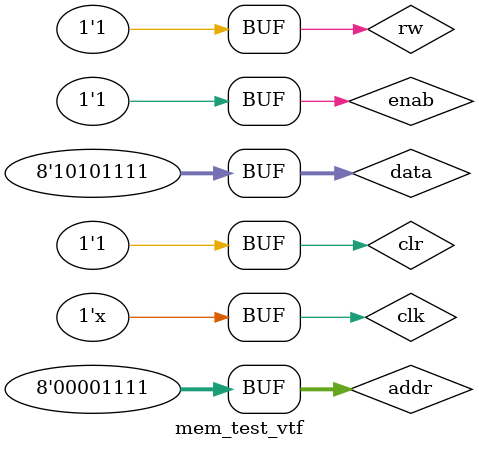
<source format=v>
`timescale 1ns / 1ps


module mem_test_vtf;

	// Inputs
	reg clk;
	reg clr;
	reg rw;
	reg enab;
	reg [7:0] addr;
	reg [7:0] data;

	// Outputs
	wire [7:0] data_out;
	wire hit;
	wire [7:0] addr0;
	wire [7:0] addr1;
	wire [7:0] addr2;
	wire [7:0] addr3;
	wire [7:0] data0;
	wire [7:0] data1;
	wire [7:0] data2;
	wire [7:0] data3;
	wire [7:0] ram0;
	wire [7:0] ram1;
	wire [7:0] ram2;
	wire [7:0] ram3;
	wire [3:0] state;
	wire [7:0] cache_addr;
	wire [7:0] cache_data;
	wire [2:0] i_out;
	wire cache_clr, cache_enab, cache_rw;
	wire [1:0] cache_hit, cache_lru;
	wire [7:0] target_addr,target_data;
	wire target_rw;
	wire [7:0] cache_input;

	// Instantiate the Unit Under Test (UUT)
	mem_test uut (
		.clk(clk), 
		.clr(clr), 
		.rw(rw), 
		.enab(enab), 
		.data_out(data_out), 
		.hit(hit), 
		.addr0(addr0), 
		.addr1(addr1), 
		.addr2(addr2), 
		.addr3(addr3), 
		.data0(data0), 
		.data1(data1), 
		.data2(data2), 
		.data3(data3), 
		.ram0(ram0), 
		.ram1(ram1), 
		.ram2(ram2), 
		.ram3(ram3),
		.state(state),
		.cache_addr(cache_addr),
		.cache_data(cache_data),
		.i_out(i_out),
		.cache_clr(cache_clr),
		.cache_enab(cache_enab),
		.cache_rw(cache_rw),
		.cache_lru(cache_lru),
		.cache_hit(cache_hit),
		.target_addr(target_addr),
		.target_data(target_data),
		.target_rw(target_rw),
		.cache_input(cache_input)
	);

	initial begin
		// Initialize Inputs
		clk = 0;
		clr = 0;
		rw = 0;
		enab = 1;
		addr = 8'b00001111;
		data = 8'b10101111;
	end
	
	always begin

		// Wait 100 ns for global reset to finish
		#100;
      #3 clk = ~clk;
		// Add stimulus here

	end
//	
//	always @ (negedge clk) begin
//		clr <= cnt[20];
//		enab <= cnt[19];
//		rw <= cnt[10];
//	end
   always begin
		
		#140
			clr <= 1;
			enab <= 1;
		
		#145
			rw <= 1;
		
		/*#200
			addr <= 8'b00000001;
			data <= 8'b11100000;
		
		#2000
			addr <= 8'b00000010;
			data <= 8'b11000000;

		#6500
			addr <= 8'b10101010;
			data <= 8'b11000000;*/
		
		
	end   
endmodule


</source>
